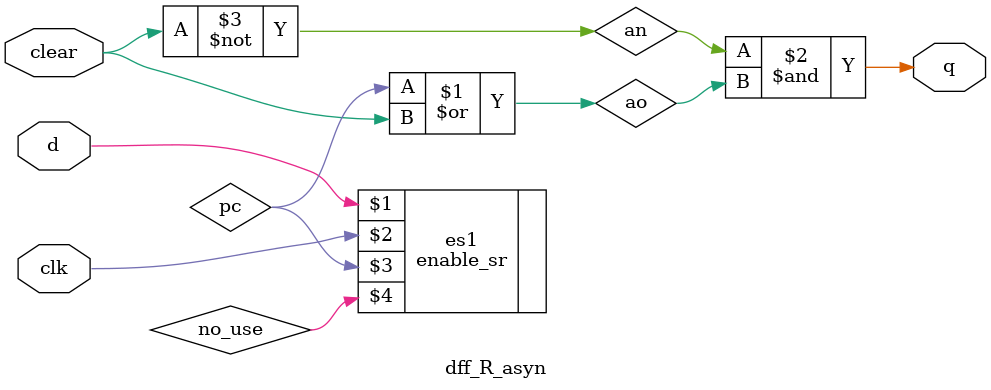
<source format=v>
module dff_R_asyn(input d,input clk,input clear,output q);
wire no_use,pc,ao,an;
enable_sr es1(d,clk,pc,no_use);
or(ao,pc,clear);
not(an,clear);
and(q,an,ao);
endmodule

</source>
